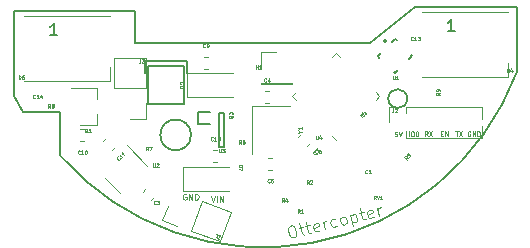
<source format=gto>
%TF.GenerationSoftware,KiCad,Pcbnew,(6.0.0-rc1-dev-1-g01c5bdfb8)*%
%TF.CreationDate,2018-12-05T09:14:26+01:00*%
%TF.ProjectId,lightball,6C6967687462616C6C2E6B696361645F,rev?*%
%TF.SameCoordinates,Original*%
%TF.FileFunction,Legend,Top*%
%TF.FilePolarity,Positive*%
%FSLAX46Y46*%
G04 Gerber Fmt 4.6, Leading zero omitted, Abs format (unit mm)*
G04 Created by KiCad (PCBNEW (6.0.0-rc1-dev-1-g01c5bdfb8)) date Wed Dec  5 09:14:26 2018*
%MOMM*%
%LPD*%
G01*
G04 APERTURE LIST*
%ADD10C,0.150000*%
%ADD11C,0.100000*%
%ADD12C,0.120000*%
%ADD13C,0.127000*%
%ADD14C,0.200000*%
%ADD15C,0.075000*%
G04 APERTURE END LIST*
D10*
X73975000Y-113550000D02*
X72575000Y-113550000D01*
X73975000Y-117200000D02*
X73975000Y-113550000D01*
D11*
X84673487Y-120471120D02*
X84625868Y-120447310D01*
X84554440Y-120447310D01*
X84483011Y-120471120D01*
X84435392Y-120518739D01*
X84411582Y-120566358D01*
X84387773Y-120661596D01*
X84387773Y-120733024D01*
X84411582Y-120828262D01*
X84435392Y-120875881D01*
X84483011Y-120923500D01*
X84554440Y-120947310D01*
X84602059Y-120947310D01*
X84673487Y-120923500D01*
X84697297Y-120899691D01*
X84697297Y-120733024D01*
X84602059Y-120733024D01*
X84911582Y-120947310D02*
X84911582Y-120447310D01*
X85197297Y-120947310D01*
X85197297Y-120447310D01*
X85435392Y-120947310D02*
X85435392Y-120447310D01*
X85554440Y-120447310D01*
X85625868Y-120471120D01*
X85673487Y-120518739D01*
X85697297Y-120566358D01*
X85721106Y-120661596D01*
X85721106Y-120733024D01*
X85697297Y-120828262D01*
X85673487Y-120875881D01*
X85625868Y-120923500D01*
X85554440Y-120947310D01*
X85435392Y-120947310D01*
X86782660Y-120670830D02*
X86949327Y-121170830D01*
X87115994Y-120670830D01*
X87282660Y-121170830D02*
X87282660Y-120670830D01*
X87520756Y-121170830D02*
X87520756Y-120670830D01*
X87806470Y-121170830D01*
X87806470Y-120670830D01*
X108720238Y-115200000D02*
X108682142Y-115180952D01*
X108625000Y-115180952D01*
X108567857Y-115200000D01*
X108529761Y-115238095D01*
X108510714Y-115276190D01*
X108491666Y-115352380D01*
X108491666Y-115409523D01*
X108510714Y-115485714D01*
X108529761Y-115523809D01*
X108567857Y-115561904D01*
X108625000Y-115580952D01*
X108663095Y-115580952D01*
X108720238Y-115561904D01*
X108739285Y-115542857D01*
X108739285Y-115409523D01*
X108663095Y-115409523D01*
X108910714Y-115580952D02*
X108910714Y-115180952D01*
X109139285Y-115580952D01*
X109139285Y-115180952D01*
X109329761Y-115580952D02*
X109329761Y-115180952D01*
X109425000Y-115180952D01*
X109482142Y-115200000D01*
X109520238Y-115238095D01*
X109539285Y-115276190D01*
X109558333Y-115352380D01*
X109558333Y-115409523D01*
X109539285Y-115485714D01*
X109520238Y-115523809D01*
X109482142Y-115561904D01*
X109425000Y-115580952D01*
X109329761Y-115580952D01*
X107445238Y-115180952D02*
X107673809Y-115180952D01*
X107559523Y-115580952D02*
X107559523Y-115180952D01*
X107769047Y-115180952D02*
X108035714Y-115580952D01*
X108035714Y-115180952D02*
X107769047Y-115580952D01*
X106204761Y-115371428D02*
X106338095Y-115371428D01*
X106395238Y-115580952D02*
X106204761Y-115580952D01*
X106204761Y-115180952D01*
X106395238Y-115180952D01*
X106566666Y-115580952D02*
X106566666Y-115180952D01*
X106795238Y-115580952D01*
X106795238Y-115180952D01*
X105108333Y-115580952D02*
X104975000Y-115390476D01*
X104879761Y-115580952D02*
X104879761Y-115180952D01*
X105032142Y-115180952D01*
X105070238Y-115200000D01*
X105089285Y-115219047D01*
X105108333Y-115257142D01*
X105108333Y-115314285D01*
X105089285Y-115352380D01*
X105070238Y-115371428D01*
X105032142Y-115390476D01*
X104879761Y-115390476D01*
X105241666Y-115180952D02*
X105508333Y-115580952D01*
X105508333Y-115180952D02*
X105241666Y-115580952D01*
X103500000Y-115580952D02*
X103500000Y-115180952D01*
X103766666Y-115180952D02*
X103842857Y-115180952D01*
X103880952Y-115200000D01*
X103919047Y-115238095D01*
X103938095Y-115314285D01*
X103938095Y-115447619D01*
X103919047Y-115523809D01*
X103880952Y-115561904D01*
X103842857Y-115580952D01*
X103766666Y-115580952D01*
X103728571Y-115561904D01*
X103690476Y-115523809D01*
X103671428Y-115447619D01*
X103671428Y-115314285D01*
X103690476Y-115238095D01*
X103728571Y-115200000D01*
X103766666Y-115180952D01*
X104185714Y-115180952D02*
X104223809Y-115180952D01*
X104261904Y-115200000D01*
X104280952Y-115219047D01*
X104300000Y-115257142D01*
X104319047Y-115333333D01*
X104319047Y-115428571D01*
X104300000Y-115504761D01*
X104280952Y-115542857D01*
X104261904Y-115561904D01*
X104223809Y-115580952D01*
X104185714Y-115580952D01*
X104147619Y-115561904D01*
X104128571Y-115542857D01*
X104109523Y-115504761D01*
X104090476Y-115428571D01*
X104090476Y-115333333D01*
X104109523Y-115257142D01*
X104128571Y-115219047D01*
X104147619Y-115200000D01*
X104185714Y-115180952D01*
X102523809Y-115205952D02*
X102333333Y-115205952D01*
X102314285Y-115396428D01*
X102333333Y-115377380D01*
X102371428Y-115358333D01*
X102466666Y-115358333D01*
X102504761Y-115377380D01*
X102523809Y-115396428D01*
X102542857Y-115434523D01*
X102542857Y-115529761D01*
X102523809Y-115567857D01*
X102504761Y-115586904D01*
X102466666Y-115605952D01*
X102371428Y-115605952D01*
X102333333Y-115586904D01*
X102314285Y-115567857D01*
X102657142Y-115205952D02*
X102790476Y-115605952D01*
X102923809Y-115205952D01*
X93417358Y-123178734D02*
X93602177Y-123132654D01*
X93706106Y-123155818D01*
X93821555Y-123225187D01*
X93913840Y-123398485D01*
X93994481Y-123721917D01*
X93994356Y-123918256D01*
X93924988Y-124033705D01*
X93844098Y-124102950D01*
X93659280Y-124149030D01*
X93555351Y-124125866D01*
X93439902Y-124056497D01*
X93347617Y-123883198D01*
X93266976Y-123559767D01*
X93267100Y-123363428D01*
X93336469Y-123247979D01*
X93417358Y-123178734D01*
X94191067Y-123329365D02*
X94560704Y-123237204D01*
X94249040Y-122971373D02*
X94456402Y-123803055D01*
X94525647Y-123883944D01*
X94629576Y-123907108D01*
X94721985Y-123884068D01*
X94745522Y-123191124D02*
X95115159Y-123098963D01*
X94803495Y-122833132D02*
X95010857Y-123664814D01*
X95080101Y-123745703D01*
X95184031Y-123768867D01*
X95276440Y-123745827D01*
X95957988Y-123526821D02*
X95877099Y-123596066D01*
X95692281Y-123642146D01*
X95588352Y-123618982D01*
X95519107Y-123538093D01*
X95426946Y-123168456D01*
X95450111Y-123064527D01*
X95531000Y-122995282D01*
X95715818Y-122949202D01*
X95819747Y-122972366D01*
X95888992Y-123053255D01*
X95912032Y-123145664D01*
X95473027Y-123353274D01*
X96431554Y-123457825D02*
X96270272Y-122810961D01*
X96316353Y-122995779D02*
X96339517Y-122891850D01*
X96374202Y-122834125D01*
X96455091Y-122764880D01*
X96547500Y-122741840D01*
X97436534Y-123158178D02*
X97355645Y-123227423D01*
X97170827Y-123273503D01*
X97066897Y-123250339D01*
X97009173Y-123215654D01*
X96939928Y-123134765D01*
X96870808Y-122857538D01*
X96893972Y-122753609D01*
X96928656Y-122695884D01*
X97009545Y-122626639D01*
X97194364Y-122580559D01*
X97298293Y-122603723D01*
X98002509Y-123066141D02*
X97898580Y-123042977D01*
X97840855Y-123008293D01*
X97771610Y-122927404D01*
X97702490Y-122650176D01*
X97725654Y-122546247D01*
X97760338Y-122488522D01*
X97841227Y-122419278D01*
X97979841Y-122384717D01*
X98083770Y-122407882D01*
X98141495Y-122442566D01*
X98210740Y-122523455D01*
X98279860Y-122800683D01*
X98256696Y-122904612D01*
X98222011Y-122962336D01*
X98141122Y-123031581D01*
X98002509Y-123066141D01*
X98580500Y-122234956D02*
X98822422Y-123205252D01*
X98592020Y-122281161D02*
X98672910Y-122211916D01*
X98857728Y-122165836D01*
X98961657Y-122189000D01*
X99019382Y-122223684D01*
X99088626Y-122304574D01*
X99157747Y-122581801D01*
X99134583Y-122685730D01*
X99099898Y-122743455D01*
X99019009Y-122812699D01*
X98834191Y-122858780D01*
X98730262Y-122835615D01*
X99319773Y-122050635D02*
X99689410Y-121958474D01*
X99377746Y-121692643D02*
X99585108Y-122524325D01*
X99654353Y-122605214D01*
X99758282Y-122628378D01*
X99850691Y-122605338D01*
X100532239Y-122386332D02*
X100451350Y-122455577D01*
X100266532Y-122501657D01*
X100162603Y-122478493D01*
X100093358Y-122397604D01*
X100001197Y-122027967D01*
X100024362Y-121924038D01*
X100105251Y-121854793D01*
X100290069Y-121808713D01*
X100393998Y-121831877D01*
X100463243Y-121912766D01*
X100486283Y-122005175D01*
X100047278Y-122212785D01*
X101005805Y-122317336D02*
X100844524Y-121670472D01*
X100890604Y-121855290D02*
X100913769Y-121751361D01*
X100948453Y-121693636D01*
X101029342Y-121624391D01*
X101121751Y-121601351D01*
D10*
X112660414Y-110153935D02*
G75*
G02X73975000Y-117200000I-21460414J8103935D01*
G01*
X112675000Y-104650000D02*
X112663015Y-110154914D01*
X104050000Y-104650000D02*
X112675000Y-104650000D01*
X100250000Y-107650000D02*
X104050000Y-104650000D01*
X80300000Y-107650000D02*
X100250000Y-107650000D01*
X80300000Y-105000000D02*
X80300000Y-107650000D01*
X70050000Y-105000000D02*
X80300000Y-105000000D01*
X70050000Y-112150000D02*
X70050000Y-105000000D01*
X70850000Y-113550000D02*
X70050000Y-112150000D01*
X72575000Y-113550000D02*
X70850000Y-113550000D01*
X103375000Y-112400000D02*
G75*
G03X103375000Y-112400000I-800000J0D01*
G01*
X85075000Y-115475000D02*
G75*
G03X85075000Y-115475000I-1300000J0D01*
G01*
D12*
X77879798Y-115769913D02*
X77649593Y-116000118D01*
X78601047Y-116491162D02*
X78370842Y-116721367D01*
X76037659Y-116029200D02*
X75712101Y-116029200D01*
X76037659Y-115009200D02*
X75712101Y-115009200D01*
X93451480Y-113056920D02*
X90251480Y-113056920D01*
X90251480Y-113056920D02*
X90251480Y-117056920D01*
X86969381Y-117761480D02*
X87294939Y-117761480D01*
X86969381Y-116741480D02*
X87294939Y-116741480D01*
X91340721Y-112778000D02*
X91666279Y-112778000D01*
X91340721Y-111758000D02*
X91666279Y-111758000D01*
X91948219Y-118452360D02*
X91622661Y-118452360D01*
X91948219Y-117432360D02*
X91622661Y-117432360D01*
X94405038Y-115429553D02*
X94174833Y-115659758D01*
X95126287Y-116150802D02*
X94896082Y-116381007D01*
X86166741Y-108852240D02*
X86492299Y-108852240D01*
X86166741Y-109872240D02*
X86492299Y-109872240D01*
X90968520Y-111144360D02*
X93628520Y-111144360D01*
X90968520Y-111084360D02*
X90968520Y-111144360D01*
X93628520Y-111084360D02*
X93628520Y-111144360D01*
X90968520Y-111084360D02*
X93628520Y-111084360D01*
X90968520Y-109814360D02*
X90968520Y-108484360D01*
X90968520Y-108484360D02*
X92298520Y-108484360D01*
X81230000Y-114130000D02*
X79900000Y-114130000D01*
X81230000Y-112800000D02*
X81230000Y-114130000D01*
X81230000Y-111530000D02*
X78570000Y-111530000D01*
X78570000Y-111530000D02*
X78570000Y-108930000D01*
X81230000Y-111530000D02*
X81230000Y-108930000D01*
X81230000Y-108930000D02*
X78570000Y-108930000D01*
X87530825Y-124488278D02*
X88440598Y-121988696D01*
X85087624Y-123599026D02*
X87530825Y-124488278D01*
X85997397Y-121099443D02*
X88440598Y-121988696D01*
X85087624Y-123599026D02*
X85997397Y-121099443D01*
X83894214Y-123164660D02*
X82644423Y-122709773D01*
X82644423Y-122709773D02*
X83099310Y-121459982D01*
X84384320Y-118181880D02*
X84384320Y-120181880D01*
X84384320Y-120181880D02*
X88284320Y-120181880D01*
X84384320Y-118181880D02*
X88284320Y-118181880D01*
X84699280Y-110241840D02*
X88599280Y-110241840D01*
X84699280Y-112241840D02*
X88599280Y-112241840D01*
X84699280Y-110241840D02*
X84699280Y-112241840D01*
D13*
X101020639Y-108927279D02*
X100893360Y-108800000D01*
X100893360Y-108800000D02*
X101176203Y-108517157D01*
X102067157Y-107626203D02*
X102350000Y-107343360D01*
X102350000Y-107343360D02*
X102477279Y-107470639D01*
X103679361Y-108672721D02*
X103806640Y-108800000D01*
X103806640Y-108800000D02*
X103523797Y-109082843D01*
X102222721Y-110129361D02*
X102350000Y-110256640D01*
X102350000Y-110256640D02*
X102632843Y-109973797D01*
D14*
X101601472Y-107527208D02*
G75*
G03X101601472Y-107527208I-100000J0D01*
G01*
D12*
X81923367Y-120768521D02*
X81693162Y-120998726D01*
X81202118Y-120047272D02*
X80971913Y-120277477D01*
X103275000Y-115730000D02*
X103275000Y-115160000D01*
X103275000Y-113640000D02*
X103275000Y-113070000D01*
X103275000Y-115730000D02*
X109685000Y-115730000D01*
X109685000Y-115730000D02*
X109685000Y-114707530D01*
X109685000Y-114092470D02*
X109685000Y-113070000D01*
X103275000Y-113070000D02*
X109685000Y-113070000D01*
X101880000Y-113070000D02*
X102640000Y-113070000D01*
X101880000Y-114400000D02*
X101880000Y-113070000D01*
X70950000Y-105399930D02*
X78250000Y-105399930D01*
X70950000Y-110899930D02*
X78250000Y-110899930D01*
X78250000Y-110899930D02*
X78250000Y-109749930D01*
X104600000Y-105050000D02*
X111900000Y-105050000D01*
X104600000Y-110550000D02*
X111900000Y-110550000D01*
X111900000Y-110550000D02*
X111900000Y-109400000D01*
X93987240Y-112539860D02*
X93651365Y-112203984D01*
X93651365Y-112203984D02*
X93987240Y-111868108D01*
X100697684Y-111868108D02*
X101033559Y-112203984D01*
X101033559Y-112203984D02*
X100697684Y-112539860D01*
X97678338Y-108848762D02*
X97342462Y-108512887D01*
X97342462Y-108512887D02*
X97006586Y-108848762D01*
X97006586Y-115559206D02*
X97342462Y-115895081D01*
X77110000Y-114630000D02*
X77110000Y-113700000D01*
X77110000Y-111470000D02*
X77110000Y-112400000D01*
X77110000Y-111470000D02*
X74950000Y-111470000D01*
X77110000Y-114630000D02*
X75650000Y-114630000D01*
X77813793Y-119098060D02*
X79086585Y-120370852D01*
X81363469Y-118093968D02*
X79631057Y-116361557D01*
D10*
X81206400Y-109216440D02*
X81206400Y-110216440D01*
X84706400Y-109216440D02*
X81206400Y-109216440D01*
X84706400Y-110216440D02*
X84706400Y-109216440D01*
X84456400Y-109616440D02*
X81456400Y-109616440D01*
X84456400Y-112816440D02*
X84456400Y-109616440D01*
X81456400Y-112816440D02*
X84456400Y-112816440D01*
X81456400Y-109616440D02*
X81456400Y-112816440D01*
X85655400Y-114546760D02*
X86655400Y-114546760D01*
X85655400Y-113546760D02*
X85655400Y-114546760D01*
X86655400Y-113546760D02*
X85655400Y-113546760D01*
X87905400Y-113596760D02*
X87405400Y-113596760D01*
X87905400Y-116496760D02*
X87905400Y-113596760D01*
X87405400Y-116496760D02*
X87905400Y-116496760D01*
X87405400Y-113596760D02*
X87405400Y-116496760D01*
D15*
X79075873Y-117468935D02*
X79075873Y-117489138D01*
X79055670Y-117529544D01*
X79035467Y-117549747D01*
X78995061Y-117569950D01*
X78954655Y-117569950D01*
X78924350Y-117559848D01*
X78873843Y-117529544D01*
X78843538Y-117499239D01*
X78813234Y-117448731D01*
X78803132Y-117418427D01*
X78803132Y-117378021D01*
X78823335Y-117337615D01*
X78843538Y-117317412D01*
X78883944Y-117297209D01*
X78904147Y-117297209D01*
X79298107Y-117287107D02*
X79176889Y-117408325D01*
X79237498Y-117347716D02*
X79025366Y-117135584D01*
X79035467Y-117186092D01*
X79035467Y-117226498D01*
X79025366Y-117256803D01*
X79500137Y-117085077D02*
X79378919Y-117206295D01*
X79439528Y-117145686D02*
X79227396Y-116933554D01*
X79237498Y-116984061D01*
X79237498Y-117024467D01*
X79227396Y-117054772D01*
X75682022Y-117056342D02*
X75667737Y-117070628D01*
X75624880Y-117084914D01*
X75596308Y-117084914D01*
X75553451Y-117070628D01*
X75524880Y-117042057D01*
X75510594Y-117013485D01*
X75496308Y-116956342D01*
X75496308Y-116913485D01*
X75510594Y-116856342D01*
X75524880Y-116827771D01*
X75553451Y-116799200D01*
X75596308Y-116784914D01*
X75624880Y-116784914D01*
X75667737Y-116799200D01*
X75682022Y-116813485D01*
X75967737Y-117084914D02*
X75796308Y-117084914D01*
X75882022Y-117084914D02*
X75882022Y-116784914D01*
X75853451Y-116827771D01*
X75824880Y-116856342D01*
X75796308Y-116870628D01*
X76153451Y-116784914D02*
X76182022Y-116784914D01*
X76210594Y-116799200D01*
X76224880Y-116813485D01*
X76239165Y-116842057D01*
X76253451Y-116899200D01*
X76253451Y-116970628D01*
X76239165Y-117027771D01*
X76224880Y-117056342D01*
X76210594Y-117070628D01*
X76182022Y-117084914D01*
X76153451Y-117084914D01*
X76124880Y-117070628D01*
X76110594Y-117056342D01*
X76096308Y-117027771D01*
X76082022Y-116970628D01*
X76082022Y-116899200D01*
X76096308Y-116842057D01*
X76110594Y-116813485D01*
X76124880Y-116799200D01*
X76153451Y-116784914D01*
X94294337Y-115199777D02*
X94437194Y-115199777D01*
X94137194Y-115299777D02*
X94294337Y-115199777D01*
X94137194Y-115099777D01*
X94437194Y-114842634D02*
X94437194Y-115014062D01*
X94437194Y-114928348D02*
X94137194Y-114928348D01*
X94180051Y-114956920D01*
X94208622Y-114985491D01*
X94222908Y-115014062D01*
X86939302Y-115928622D02*
X86925017Y-115942908D01*
X86882160Y-115957194D01*
X86853588Y-115957194D01*
X86810731Y-115942908D01*
X86782160Y-115914337D01*
X86767874Y-115885765D01*
X86753588Y-115828622D01*
X86753588Y-115785765D01*
X86767874Y-115728622D01*
X86782160Y-115700051D01*
X86810731Y-115671480D01*
X86853588Y-115657194D01*
X86882160Y-115657194D01*
X86925017Y-115671480D01*
X86939302Y-115685765D01*
X87225017Y-115957194D02*
X87053588Y-115957194D01*
X87139302Y-115957194D02*
X87139302Y-115657194D01*
X87110731Y-115700051D01*
X87082160Y-115728622D01*
X87053588Y-115742908D01*
X87396445Y-115785765D02*
X87367874Y-115771480D01*
X87353588Y-115757194D01*
X87339302Y-115728622D01*
X87339302Y-115714337D01*
X87353588Y-115685765D01*
X87367874Y-115671480D01*
X87396445Y-115657194D01*
X87453588Y-115657194D01*
X87482160Y-115671480D01*
X87496445Y-115685765D01*
X87510731Y-115714337D01*
X87510731Y-115728622D01*
X87496445Y-115757194D01*
X87482160Y-115771480D01*
X87453588Y-115785765D01*
X87396445Y-115785765D01*
X87367874Y-115800051D01*
X87353588Y-115814337D01*
X87339302Y-115842908D01*
X87339302Y-115900051D01*
X87353588Y-115928622D01*
X87367874Y-115942908D01*
X87396445Y-115957194D01*
X87453588Y-115957194D01*
X87482160Y-115942908D01*
X87496445Y-115928622D01*
X87510731Y-115900051D01*
X87510731Y-115842908D01*
X87496445Y-115814337D01*
X87482160Y-115800051D01*
X87453588Y-115785765D01*
X91453500Y-110945142D02*
X91439214Y-110959428D01*
X91396357Y-110973714D01*
X91367785Y-110973714D01*
X91324928Y-110959428D01*
X91296357Y-110930857D01*
X91282071Y-110902285D01*
X91267785Y-110845142D01*
X91267785Y-110802285D01*
X91282071Y-110745142D01*
X91296357Y-110716571D01*
X91324928Y-110688000D01*
X91367785Y-110673714D01*
X91396357Y-110673714D01*
X91439214Y-110688000D01*
X91453500Y-110702285D01*
X91710642Y-110773714D02*
X91710642Y-110973714D01*
X91639214Y-110659428D02*
X91567785Y-110873714D01*
X91753500Y-110873714D01*
X91735440Y-119479502D02*
X91721154Y-119493788D01*
X91678297Y-119508074D01*
X91649725Y-119508074D01*
X91606868Y-119493788D01*
X91578297Y-119465217D01*
X91564011Y-119436645D01*
X91549725Y-119379502D01*
X91549725Y-119336645D01*
X91564011Y-119279502D01*
X91578297Y-119250931D01*
X91606868Y-119222360D01*
X91649725Y-119208074D01*
X91678297Y-119208074D01*
X91721154Y-119222360D01*
X91735440Y-119236645D01*
X92006868Y-119208074D02*
X91864011Y-119208074D01*
X91849725Y-119350931D01*
X91864011Y-119336645D01*
X91892582Y-119322360D01*
X91964011Y-119322360D01*
X91992582Y-119336645D01*
X92006868Y-119350931D01*
X92021154Y-119379502D01*
X92021154Y-119450931D01*
X92006868Y-119479502D01*
X91992582Y-119493788D01*
X91964011Y-119508074D01*
X91892582Y-119508074D01*
X91864011Y-119493788D01*
X91849725Y-119479502D01*
X95702129Y-117027559D02*
X95702129Y-117047762D01*
X95681926Y-117088168D01*
X95661722Y-117108371D01*
X95621316Y-117128575D01*
X95580910Y-117128575D01*
X95550606Y-117118473D01*
X95500098Y-117088168D01*
X95469794Y-117057864D01*
X95439489Y-117007356D01*
X95429387Y-116977052D01*
X95429387Y-116936646D01*
X95449590Y-116896239D01*
X95469794Y-116876036D01*
X95510200Y-116855833D01*
X95530403Y-116855833D01*
X95580910Y-116764920D02*
X95722332Y-116623498D01*
X95843550Y-116926544D01*
X86279520Y-108039382D02*
X86265234Y-108053668D01*
X86222377Y-108067954D01*
X86193805Y-108067954D01*
X86150948Y-108053668D01*
X86122377Y-108025097D01*
X86108091Y-107996525D01*
X86093805Y-107939382D01*
X86093805Y-107896525D01*
X86108091Y-107839382D01*
X86122377Y-107810811D01*
X86150948Y-107782240D01*
X86193805Y-107767954D01*
X86222377Y-107767954D01*
X86265234Y-107782240D01*
X86279520Y-107796525D01*
X86422377Y-108067954D02*
X86479520Y-108067954D01*
X86508091Y-108053668D01*
X86522377Y-108039382D01*
X86550948Y-107996525D01*
X86565234Y-107939382D01*
X86565234Y-107825097D01*
X86550948Y-107796525D01*
X86536662Y-107782240D01*
X86508091Y-107767954D01*
X86450948Y-107767954D01*
X86422377Y-107782240D01*
X86408091Y-107796525D01*
X86393805Y-107825097D01*
X86393805Y-107896525D01*
X86408091Y-107925097D01*
X86422377Y-107939382D01*
X86450948Y-107953668D01*
X86508091Y-107953668D01*
X86536662Y-107939382D01*
X86550948Y-107925097D01*
X86565234Y-107896525D01*
X99683294Y-113854004D02*
X99511568Y-113823700D01*
X99562075Y-113975223D02*
X99349943Y-113763091D01*
X99430756Y-113682278D01*
X99461060Y-113672177D01*
X99481263Y-113672177D01*
X99511568Y-113682278D01*
X99541872Y-113712583D01*
X99551974Y-113742888D01*
X99551974Y-113763091D01*
X99541872Y-113793395D01*
X99461060Y-113874207D01*
X99663091Y-113449943D02*
X99562075Y-113550959D01*
X99652989Y-113662075D01*
X99652989Y-113641872D01*
X99663091Y-113611568D01*
X99713598Y-113561060D01*
X99743903Y-113550959D01*
X99764106Y-113550959D01*
X99794410Y-113561060D01*
X99844918Y-113611568D01*
X99855020Y-113641872D01*
X99855020Y-113662075D01*
X99844918Y-113692380D01*
X99794410Y-113742888D01*
X99764106Y-113752989D01*
X99743903Y-113752989D01*
X100010760Y-118706422D02*
X99996474Y-118720708D01*
X99953617Y-118734994D01*
X99925045Y-118734994D01*
X99882188Y-118720708D01*
X99853617Y-118692137D01*
X99839331Y-118663565D01*
X99825045Y-118606422D01*
X99825045Y-118563565D01*
X99839331Y-118506422D01*
X99853617Y-118477851D01*
X99882188Y-118449280D01*
X99925045Y-118434994D01*
X99953617Y-118434994D01*
X99996474Y-118449280D01*
X100010760Y-118463565D01*
X100296474Y-118734994D02*
X100125045Y-118734994D01*
X100210760Y-118734994D02*
X100210760Y-118434994D01*
X100182188Y-118477851D01*
X100153617Y-118506422D01*
X100125045Y-118520708D01*
X90544948Y-109875074D02*
X90544948Y-109575074D01*
X90544948Y-109717931D02*
X90716377Y-109717931D01*
X90716377Y-109875074D02*
X90716377Y-109575074D01*
X91016377Y-109875074D02*
X90844948Y-109875074D01*
X90930662Y-109875074D02*
X90930662Y-109575074D01*
X90902091Y-109617931D01*
X90873520Y-109646502D01*
X90844948Y-109660788D01*
X100721428Y-120935714D02*
X100621428Y-120792857D01*
X100550000Y-120935714D02*
X100550000Y-120635714D01*
X100664285Y-120635714D01*
X100692857Y-120650000D01*
X100707142Y-120664285D01*
X100721428Y-120692857D01*
X100721428Y-120735714D01*
X100707142Y-120764285D01*
X100692857Y-120778571D01*
X100664285Y-120792857D01*
X100550000Y-120792857D01*
X100807142Y-120635714D02*
X100907142Y-120935714D01*
X101007142Y-120635714D01*
X101264285Y-120935714D02*
X101092857Y-120935714D01*
X101178571Y-120935714D02*
X101178571Y-120635714D01*
X101150000Y-120678571D01*
X101121428Y-120707142D01*
X101092857Y-120721428D01*
X80800000Y-109060714D02*
X80800000Y-109275000D01*
X80785714Y-109317857D01*
X80757142Y-109346428D01*
X80714285Y-109360714D01*
X80685714Y-109360714D01*
X80914285Y-109060714D02*
X81100000Y-109060714D01*
X81000000Y-109175000D01*
X81042857Y-109175000D01*
X81071428Y-109189285D01*
X81085714Y-109203571D01*
X81100000Y-109232142D01*
X81100000Y-109303571D01*
X81085714Y-109332142D01*
X81071428Y-109346428D01*
X81042857Y-109360714D01*
X80957142Y-109360714D01*
X80928571Y-109346428D01*
X80914285Y-109332142D01*
X87154409Y-124106513D02*
X87355772Y-124179803D01*
X87391159Y-124207885D01*
X87408235Y-124244505D01*
X87407001Y-124289664D01*
X87397229Y-124316512D01*
X87538923Y-123927211D02*
X87480291Y-124088301D01*
X87509607Y-124007756D02*
X87227699Y-123905150D01*
X87258200Y-123946656D01*
X87275276Y-123983277D01*
X87278929Y-124015011D01*
X89098605Y-118010451D02*
X89398605Y-118010451D01*
X89398605Y-118081880D01*
X89384320Y-118124737D01*
X89355748Y-118153308D01*
X89327177Y-118167594D01*
X89270034Y-118181880D01*
X89227177Y-118181880D01*
X89170034Y-118167594D01*
X89141462Y-118153308D01*
X89112891Y-118124737D01*
X89098605Y-118081880D01*
X89098605Y-118010451D01*
X89398605Y-118281880D02*
X89398605Y-118481880D01*
X89098605Y-118353308D01*
X84459994Y-111463268D02*
X84159994Y-111463268D01*
X84159994Y-111391840D01*
X84174280Y-111348982D01*
X84202851Y-111320411D01*
X84231422Y-111306125D01*
X84288565Y-111291840D01*
X84331422Y-111291840D01*
X84388565Y-111306125D01*
X84417137Y-111320411D01*
X84445708Y-111348982D01*
X84459994Y-111391840D01*
X84459994Y-111463268D01*
X84188565Y-111177554D02*
X84174280Y-111163268D01*
X84159994Y-111134697D01*
X84159994Y-111063268D01*
X84174280Y-111034697D01*
X84188565Y-111020411D01*
X84217137Y-111006125D01*
X84245708Y-111006125D01*
X84288565Y-111020411D01*
X84459994Y-111191840D01*
X84459994Y-111006125D01*
X102171428Y-110460714D02*
X102171428Y-110703571D01*
X102185714Y-110732142D01*
X102200000Y-110746428D01*
X102228571Y-110760714D01*
X102285714Y-110760714D01*
X102314285Y-110746428D01*
X102328571Y-110732142D01*
X102342857Y-110703571D01*
X102342857Y-110460714D01*
X102642857Y-110760714D02*
X102471428Y-110760714D01*
X102557142Y-110760714D02*
X102557142Y-110460714D01*
X102528571Y-110503571D01*
X102500000Y-110532142D01*
X102471428Y-110546428D01*
X71882142Y-112357142D02*
X71867857Y-112371428D01*
X71825000Y-112385714D01*
X71796428Y-112385714D01*
X71753571Y-112371428D01*
X71725000Y-112342857D01*
X71710714Y-112314285D01*
X71696428Y-112257142D01*
X71696428Y-112214285D01*
X71710714Y-112157142D01*
X71725000Y-112128571D01*
X71753571Y-112100000D01*
X71796428Y-112085714D01*
X71825000Y-112085714D01*
X71867857Y-112100000D01*
X71882142Y-112114285D01*
X72167857Y-112385714D02*
X71996428Y-112385714D01*
X72082142Y-112385714D02*
X72082142Y-112085714D01*
X72053571Y-112128571D01*
X72025000Y-112157142D01*
X71996428Y-112171428D01*
X72425000Y-112185714D02*
X72425000Y-112385714D01*
X72353571Y-112071428D02*
X72282142Y-112285714D01*
X72467857Y-112285714D01*
X88328337Y-113733880D02*
X88314051Y-113719594D01*
X88299765Y-113676737D01*
X88299765Y-113648165D01*
X88314051Y-113605308D01*
X88342622Y-113576737D01*
X88371194Y-113562451D01*
X88428337Y-113548165D01*
X88471194Y-113548165D01*
X88528337Y-113562451D01*
X88556908Y-113576737D01*
X88585480Y-113605308D01*
X88599765Y-113648165D01*
X88599765Y-113676737D01*
X88585480Y-113719594D01*
X88571194Y-113733880D01*
X88471194Y-113905308D02*
X88485480Y-113876737D01*
X88499765Y-113862451D01*
X88528337Y-113848165D01*
X88542622Y-113848165D01*
X88571194Y-113862451D01*
X88585480Y-113876737D01*
X88599765Y-113905308D01*
X88599765Y-113962451D01*
X88585480Y-113991022D01*
X88571194Y-114005308D01*
X88542622Y-114019594D01*
X88528337Y-114019594D01*
X88499765Y-114005308D01*
X88485480Y-113991022D01*
X88471194Y-113962451D01*
X88471194Y-113905308D01*
X88456908Y-113876737D01*
X88442622Y-113862451D01*
X88414051Y-113848165D01*
X88356908Y-113848165D01*
X88328337Y-113862451D01*
X88314051Y-113876737D01*
X88299765Y-113905308D01*
X88299765Y-113962451D01*
X88314051Y-113991022D01*
X88328337Y-114005308D01*
X88356908Y-114019594D01*
X88414051Y-114019594D01*
X88442622Y-114005308D01*
X88456908Y-113991022D01*
X88471194Y-113962451D01*
X95775000Y-116982142D02*
X95760714Y-116996428D01*
X95717857Y-117010714D01*
X95689285Y-117010714D01*
X95646428Y-116996428D01*
X95617857Y-116967857D01*
X95603571Y-116939285D01*
X95589285Y-116882142D01*
X95589285Y-116839285D01*
X95603571Y-116782142D01*
X95617857Y-116753571D01*
X95646428Y-116725000D01*
X95689285Y-116710714D01*
X95717857Y-116710714D01*
X95760714Y-116725000D01*
X95775000Y-116739285D01*
X96032142Y-116710714D02*
X95975000Y-116710714D01*
X95946428Y-116725000D01*
X95932142Y-116739285D01*
X95903571Y-116782142D01*
X95889285Y-116839285D01*
X95889285Y-116953571D01*
X95903571Y-116982142D01*
X95917857Y-116996428D01*
X95946428Y-117010714D01*
X96003571Y-117010714D01*
X96032142Y-116996428D01*
X96046428Y-116982142D01*
X96060714Y-116953571D01*
X96060714Y-116882142D01*
X96046428Y-116853571D01*
X96032142Y-116839285D01*
X96003571Y-116825000D01*
X95946428Y-116825000D01*
X95917857Y-116839285D01*
X95903571Y-116853571D01*
X95889285Y-116882142D01*
X103882142Y-107432142D02*
X103867857Y-107446428D01*
X103825000Y-107460714D01*
X103796428Y-107460714D01*
X103753571Y-107446428D01*
X103725000Y-107417857D01*
X103710714Y-107389285D01*
X103696428Y-107332142D01*
X103696428Y-107289285D01*
X103710714Y-107232142D01*
X103725000Y-107203571D01*
X103753571Y-107175000D01*
X103796428Y-107160714D01*
X103825000Y-107160714D01*
X103867857Y-107175000D01*
X103882142Y-107189285D01*
X104167857Y-107460714D02*
X103996428Y-107460714D01*
X104082142Y-107460714D02*
X104082142Y-107160714D01*
X104053571Y-107203571D01*
X104025000Y-107232142D01*
X103996428Y-107246428D01*
X104267857Y-107160714D02*
X104453571Y-107160714D01*
X104353571Y-107275000D01*
X104396428Y-107275000D01*
X104425000Y-107289285D01*
X104439285Y-107303571D01*
X104453571Y-107332142D01*
X104453571Y-107403571D01*
X104439285Y-107432142D01*
X104425000Y-107446428D01*
X104396428Y-107460714D01*
X104310714Y-107460714D01*
X104282142Y-107446428D01*
X104267857Y-107432142D01*
X82097640Y-121330141D02*
X82083354Y-121344427D01*
X82040497Y-121358713D01*
X82011925Y-121358713D01*
X81969068Y-121344427D01*
X81940497Y-121315856D01*
X81926211Y-121287284D01*
X81911925Y-121230141D01*
X81911925Y-121187284D01*
X81926211Y-121130141D01*
X81940497Y-121101570D01*
X81969068Y-121072999D01*
X82011925Y-121058713D01*
X82040497Y-121058713D01*
X82083354Y-121072999D01*
X82097640Y-121087284D01*
X82197640Y-121058713D02*
X82383354Y-121058713D01*
X82283354Y-121172999D01*
X82326211Y-121172999D01*
X82354782Y-121187284D01*
X82369068Y-121201570D01*
X82383354Y-121230141D01*
X82383354Y-121301570D01*
X82369068Y-121330141D01*
X82354782Y-121344427D01*
X82326211Y-121358713D01*
X82240497Y-121358713D01*
X82211925Y-121344427D01*
X82197640Y-121330141D01*
X102200000Y-113235714D02*
X102200000Y-113450000D01*
X102185714Y-113492857D01*
X102157142Y-113521428D01*
X102114285Y-113535714D01*
X102085714Y-113535714D01*
X102328571Y-113264285D02*
X102342857Y-113250000D01*
X102371428Y-113235714D01*
X102442857Y-113235714D01*
X102471428Y-113250000D01*
X102485714Y-113264285D01*
X102500000Y-113292857D01*
X102500000Y-113321428D01*
X102485714Y-113364285D01*
X102314285Y-113535714D01*
X102500000Y-113535714D01*
X70478571Y-110735714D02*
X70478571Y-110435714D01*
X70550000Y-110435714D01*
X70592857Y-110450000D01*
X70621428Y-110478571D01*
X70635714Y-110507142D01*
X70650000Y-110564285D01*
X70650000Y-110607142D01*
X70635714Y-110664285D01*
X70621428Y-110692857D01*
X70592857Y-110721428D01*
X70550000Y-110735714D01*
X70478571Y-110735714D01*
X70907142Y-110435714D02*
X70850000Y-110435714D01*
X70821428Y-110450000D01*
X70807142Y-110464285D01*
X70778571Y-110507142D01*
X70764285Y-110564285D01*
X70764285Y-110678571D01*
X70778571Y-110707142D01*
X70792857Y-110721428D01*
X70821428Y-110735714D01*
X70878571Y-110735714D01*
X70907142Y-110721428D01*
X70921428Y-110707142D01*
X70935714Y-110678571D01*
X70935714Y-110607142D01*
X70921428Y-110578571D01*
X70907142Y-110564285D01*
X70878571Y-110550000D01*
X70821428Y-110550000D01*
X70792857Y-110564285D01*
X70778571Y-110578571D01*
X70764285Y-110607142D01*
D10*
X73735714Y-107027380D02*
X73164285Y-107027380D01*
X73450000Y-107027380D02*
X73450000Y-106027380D01*
X73354761Y-106170238D01*
X73259523Y-106265476D01*
X73164285Y-106313095D01*
D15*
X111828571Y-110160714D02*
X111828571Y-109860714D01*
X111900000Y-109860714D01*
X111942857Y-109875000D01*
X111971428Y-109903571D01*
X111985714Y-109932142D01*
X112000000Y-109989285D01*
X112000000Y-110032142D01*
X111985714Y-110089285D01*
X111971428Y-110117857D01*
X111942857Y-110146428D01*
X111900000Y-110160714D01*
X111828571Y-110160714D01*
X112257142Y-109960714D02*
X112257142Y-110160714D01*
X112185714Y-109846428D02*
X112114285Y-110060714D01*
X112300000Y-110060714D01*
D10*
X107410714Y-106677380D02*
X106839285Y-106677380D01*
X107125000Y-106677380D02*
X107125000Y-105677380D01*
X107029761Y-105820238D01*
X106934523Y-105915476D01*
X106839285Y-105963095D01*
D15*
X95646428Y-115535714D02*
X95646428Y-115778571D01*
X95660714Y-115807142D01*
X95675000Y-115821428D01*
X95703571Y-115835714D01*
X95760714Y-115835714D01*
X95789285Y-115821428D01*
X95803571Y-115807142D01*
X95817857Y-115778571D01*
X95817857Y-115535714D01*
X96089285Y-115635714D02*
X96089285Y-115835714D01*
X96017857Y-115521428D02*
X95946428Y-115735714D01*
X96132142Y-115735714D01*
X76321428Y-115264285D02*
X76292857Y-115250000D01*
X76264285Y-115221428D01*
X76221428Y-115178571D01*
X76192857Y-115164285D01*
X76164285Y-115164285D01*
X76178571Y-115235714D02*
X76150000Y-115221428D01*
X76121428Y-115192857D01*
X76107142Y-115135714D01*
X76107142Y-115035714D01*
X76121428Y-114978571D01*
X76150000Y-114950000D01*
X76178571Y-114935714D01*
X76235714Y-114935714D01*
X76264285Y-114950000D01*
X76292857Y-114978571D01*
X76307142Y-115035714D01*
X76307142Y-115135714D01*
X76292857Y-115192857D01*
X76264285Y-115221428D01*
X76235714Y-115235714D01*
X76178571Y-115235714D01*
X76592857Y-115235714D02*
X76421428Y-115235714D01*
X76507142Y-115235714D02*
X76507142Y-114935714D01*
X76478571Y-114978571D01*
X76450000Y-115007142D01*
X76421428Y-115021428D01*
X81859628Y-117887794D02*
X81859628Y-118130651D01*
X81873914Y-118159222D01*
X81888200Y-118173508D01*
X81916771Y-118187794D01*
X81973914Y-118187794D01*
X82002485Y-118173508D01*
X82016771Y-118159222D01*
X82031057Y-118130651D01*
X82031057Y-117887794D01*
X82159628Y-117916365D02*
X82173914Y-117902080D01*
X82202485Y-117887794D01*
X82273914Y-117887794D01*
X82302485Y-117902080D01*
X82316771Y-117916365D01*
X82331057Y-117944937D01*
X82331057Y-117973508D01*
X82316771Y-118016365D01*
X82145342Y-118187794D01*
X82331057Y-118187794D01*
X94275000Y-122085714D02*
X94175000Y-121942857D01*
X94103571Y-122085714D02*
X94103571Y-121785714D01*
X94217857Y-121785714D01*
X94246428Y-121800000D01*
X94260714Y-121814285D01*
X94275000Y-121842857D01*
X94275000Y-121885714D01*
X94260714Y-121914285D01*
X94246428Y-121928571D01*
X94217857Y-121942857D01*
X94103571Y-121942857D01*
X94560714Y-122085714D02*
X94389285Y-122085714D01*
X94475000Y-122085714D02*
X94475000Y-121785714D01*
X94446428Y-121828571D01*
X94417857Y-121857142D01*
X94389285Y-121871428D01*
X95050000Y-119610714D02*
X94950000Y-119467857D01*
X94878571Y-119610714D02*
X94878571Y-119310714D01*
X94992857Y-119310714D01*
X95021428Y-119325000D01*
X95035714Y-119339285D01*
X95050000Y-119367857D01*
X95050000Y-119410714D01*
X95035714Y-119439285D01*
X95021428Y-119453571D01*
X94992857Y-119467857D01*
X94878571Y-119467857D01*
X95164285Y-119339285D02*
X95178571Y-119325000D01*
X95207142Y-119310714D01*
X95278571Y-119310714D01*
X95307142Y-119325000D01*
X95321428Y-119339285D01*
X95335714Y-119367857D01*
X95335714Y-119396428D01*
X95321428Y-119439285D01*
X95150000Y-119610714D01*
X95335714Y-119610714D01*
X103473997Y-117434657D02*
X103302271Y-117404353D01*
X103352778Y-117555876D02*
X103140646Y-117343744D01*
X103221459Y-117262931D01*
X103251763Y-117252830D01*
X103271966Y-117252830D01*
X103302271Y-117262931D01*
X103332575Y-117293236D01*
X103342677Y-117323541D01*
X103342677Y-117343744D01*
X103332575Y-117374048D01*
X103251763Y-117454860D01*
X103332575Y-117151815D02*
X103463895Y-117020495D01*
X103473997Y-117172018D01*
X103504301Y-117141713D01*
X103534606Y-117131612D01*
X103554809Y-117131612D01*
X103585113Y-117141713D01*
X103635621Y-117192221D01*
X103645723Y-117222525D01*
X103645723Y-117242728D01*
X103635621Y-117273033D01*
X103575012Y-117333642D01*
X103544707Y-117343744D01*
X103524504Y-117343744D01*
X92950000Y-121135714D02*
X92850000Y-120992857D01*
X92778571Y-121135714D02*
X92778571Y-120835714D01*
X92892857Y-120835714D01*
X92921428Y-120850000D01*
X92935714Y-120864285D01*
X92950000Y-120892857D01*
X92950000Y-120935714D01*
X92935714Y-120964285D01*
X92921428Y-120978571D01*
X92892857Y-120992857D01*
X92778571Y-120992857D01*
X93207142Y-120935714D02*
X93207142Y-121135714D01*
X93135714Y-120821428D02*
X93064285Y-121035714D01*
X93250000Y-121035714D01*
X89325000Y-116210714D02*
X89225000Y-116067857D01*
X89153571Y-116210714D02*
X89153571Y-115910714D01*
X89267857Y-115910714D01*
X89296428Y-115925000D01*
X89310714Y-115939285D01*
X89325000Y-115967857D01*
X89325000Y-116010714D01*
X89310714Y-116039285D01*
X89296428Y-116053571D01*
X89267857Y-116067857D01*
X89153571Y-116067857D01*
X89582142Y-115910714D02*
X89525000Y-115910714D01*
X89496428Y-115925000D01*
X89482142Y-115939285D01*
X89453571Y-115982142D01*
X89439285Y-116039285D01*
X89439285Y-116153571D01*
X89453571Y-116182142D01*
X89467857Y-116196428D01*
X89496428Y-116210714D01*
X89553571Y-116210714D01*
X89582142Y-116196428D01*
X89596428Y-116182142D01*
X89610714Y-116153571D01*
X89610714Y-116082142D01*
X89596428Y-116053571D01*
X89582142Y-116039285D01*
X89553571Y-116025000D01*
X89496428Y-116025000D01*
X89467857Y-116039285D01*
X89453571Y-116053571D01*
X89439285Y-116082142D01*
X81453560Y-116788194D02*
X81353560Y-116645337D01*
X81282131Y-116788194D02*
X81282131Y-116488194D01*
X81396417Y-116488194D01*
X81424988Y-116502480D01*
X81439274Y-116516765D01*
X81453560Y-116545337D01*
X81453560Y-116588194D01*
X81439274Y-116616765D01*
X81424988Y-116631051D01*
X81396417Y-116645337D01*
X81282131Y-116645337D01*
X81553560Y-116488194D02*
X81753560Y-116488194D01*
X81624988Y-116788194D01*
X73175000Y-113160714D02*
X73075000Y-113017857D01*
X73003571Y-113160714D02*
X73003571Y-112860714D01*
X73117857Y-112860714D01*
X73146428Y-112875000D01*
X73160714Y-112889285D01*
X73175000Y-112917857D01*
X73175000Y-112960714D01*
X73160714Y-112989285D01*
X73146428Y-113003571D01*
X73117857Y-113017857D01*
X73003571Y-113017857D01*
X73346428Y-112989285D02*
X73317857Y-112975000D01*
X73303571Y-112960714D01*
X73289285Y-112932142D01*
X73289285Y-112917857D01*
X73303571Y-112889285D01*
X73317857Y-112875000D01*
X73346428Y-112860714D01*
X73403571Y-112860714D01*
X73432142Y-112875000D01*
X73446428Y-112889285D01*
X73460714Y-112917857D01*
X73460714Y-112932142D01*
X73446428Y-112960714D01*
X73432142Y-112975000D01*
X73403571Y-112989285D01*
X73346428Y-112989285D01*
X73317857Y-113003571D01*
X73303571Y-113017857D01*
X73289285Y-113046428D01*
X73289285Y-113103571D01*
X73303571Y-113132142D01*
X73317857Y-113146428D01*
X73346428Y-113160714D01*
X73403571Y-113160714D01*
X73432142Y-113146428D01*
X73446428Y-113132142D01*
X73460714Y-113103571D01*
X73460714Y-113046428D01*
X73446428Y-113017857D01*
X73432142Y-113003571D01*
X73403571Y-112989285D01*
X106136114Y-111885800D02*
X105993257Y-111985800D01*
X106136114Y-112057228D02*
X105836114Y-112057228D01*
X105836114Y-111942942D01*
X105850400Y-111914371D01*
X105864685Y-111900085D01*
X105893257Y-111885800D01*
X105936114Y-111885800D01*
X105964685Y-111900085D01*
X105978971Y-111914371D01*
X105993257Y-111942942D01*
X105993257Y-112057228D01*
X106136114Y-111742942D02*
X106136114Y-111685800D01*
X106121828Y-111657228D01*
X106107542Y-111642942D01*
X106064685Y-111614371D01*
X106007542Y-111600085D01*
X105893257Y-111600085D01*
X105864685Y-111614371D01*
X105850400Y-111628657D01*
X105836114Y-111657228D01*
X105836114Y-111714371D01*
X105850400Y-111742942D01*
X105864685Y-111757228D01*
X105893257Y-111771514D01*
X105964685Y-111771514D01*
X105993257Y-111757228D01*
X106007542Y-111742942D01*
X106021828Y-111714371D01*
X106021828Y-111657228D01*
X106007542Y-111628657D01*
X105993257Y-111614371D01*
X105964685Y-111600085D01*
X87451828Y-116657474D02*
X87451828Y-116900331D01*
X87466114Y-116928902D01*
X87480400Y-116943188D01*
X87508971Y-116957474D01*
X87566114Y-116957474D01*
X87594685Y-116943188D01*
X87608971Y-116928902D01*
X87623257Y-116900331D01*
X87623257Y-116657474D01*
X87737542Y-116657474D02*
X87923257Y-116657474D01*
X87823257Y-116771760D01*
X87866114Y-116771760D01*
X87894685Y-116786045D01*
X87908971Y-116800331D01*
X87923257Y-116828902D01*
X87923257Y-116900331D01*
X87908971Y-116928902D01*
X87894685Y-116943188D01*
X87866114Y-116957474D01*
X87780400Y-116957474D01*
X87751828Y-116943188D01*
X87737542Y-116928902D01*
M02*

</source>
